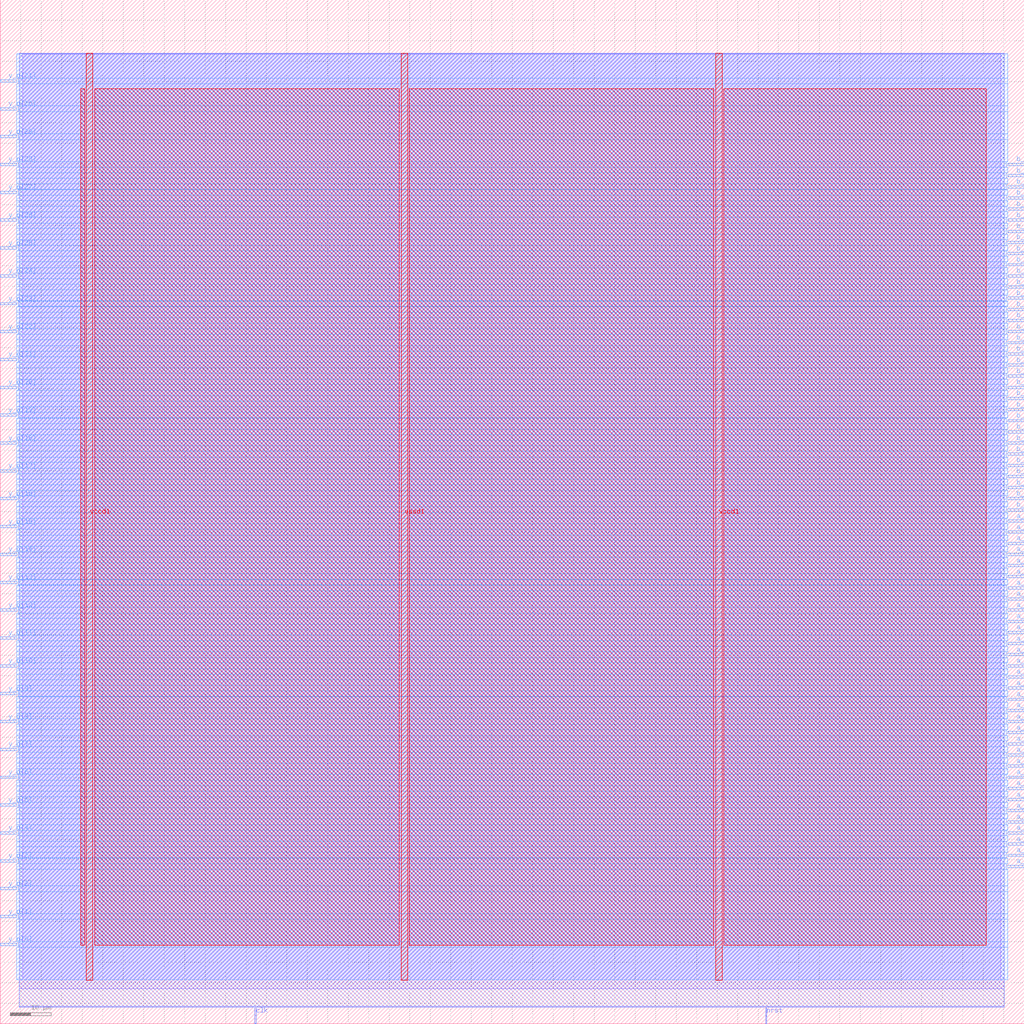
<source format=lef>
VERSION 5.7 ;
  NOWIREEXTENSIONATPIN ON ;
  DIVIDERCHAR "/" ;
  BUSBITCHARS "[]" ;
MACRO mac
  CLASS BLOCK ;
  FOREIGN mac ;
  ORIGIN 0.000 0.000 ;
  SIZE 250.000 BY 250.000 ;
  PIN a_i[0]
    DIRECTION INPUT ;
    USE SIGNAL ;
    ANTENNAGATEAREA 0.247500 ;
    PORT
      LAYER met3 ;
        RECT 246.000 38.120 250.000 38.720 ;
    END
  END a_i[0]
  PIN a_i[10]
    DIRECTION INPUT ;
    USE SIGNAL ;
    ANTENNAGATEAREA 0.196500 ;
    PORT
      LAYER met3 ;
        RECT 246.000 65.320 250.000 65.920 ;
    END
  END a_i[10]
  PIN a_i[11]
    DIRECTION INPUT ;
    USE SIGNAL ;
    ANTENNAGATEAREA 0.196500 ;
    PORT
      LAYER met3 ;
        RECT 246.000 68.040 250.000 68.640 ;
    END
  END a_i[11]
  PIN a_i[12]
    DIRECTION INPUT ;
    USE SIGNAL ;
    ANTENNAGATEAREA 0.213000 ;
    PORT
      LAYER met3 ;
        RECT 246.000 70.760 250.000 71.360 ;
    END
  END a_i[12]
  PIN a_i[13]
    DIRECTION INPUT ;
    USE SIGNAL ;
    ANTENNAGATEAREA 0.213000 ;
    PORT
      LAYER met3 ;
        RECT 246.000 73.480 250.000 74.080 ;
    END
  END a_i[13]
  PIN a_i[14]
    DIRECTION INPUT ;
    USE SIGNAL ;
    ANTENNAGATEAREA 0.159000 ;
    PORT
      LAYER met3 ;
        RECT 246.000 76.200 250.000 76.800 ;
    END
  END a_i[14]
  PIN a_i[15]
    DIRECTION INPUT ;
    USE SIGNAL ;
    ANTENNAGATEAREA 0.196500 ;
    PORT
      LAYER met3 ;
        RECT 246.000 78.920 250.000 79.520 ;
    END
  END a_i[15]
  PIN a_i[16]
    DIRECTION INPUT ;
    USE SIGNAL ;
    ANTENNAGATEAREA 0.126000 ;
    PORT
      LAYER met3 ;
        RECT 246.000 81.640 250.000 82.240 ;
    END
  END a_i[16]
  PIN a_i[17]
    DIRECTION INPUT ;
    USE SIGNAL ;
    ANTENNAGATEAREA 0.196500 ;
    PORT
      LAYER met3 ;
        RECT 246.000 84.360 250.000 84.960 ;
    END
  END a_i[17]
  PIN a_i[18]
    DIRECTION INPUT ;
    USE SIGNAL ;
    ANTENNAGATEAREA 0.196500 ;
    PORT
      LAYER met3 ;
        RECT 246.000 87.080 250.000 87.680 ;
    END
  END a_i[18]
  PIN a_i[19]
    DIRECTION INPUT ;
    USE SIGNAL ;
    ANTENNAGATEAREA 0.196500 ;
    PORT
      LAYER met3 ;
        RECT 246.000 89.800 250.000 90.400 ;
    END
  END a_i[19]
  PIN a_i[1]
    DIRECTION INPUT ;
    USE SIGNAL ;
    ANTENNAGATEAREA 0.213000 ;
    PORT
      LAYER met3 ;
        RECT 246.000 40.840 250.000 41.440 ;
    END
  END a_i[1]
  PIN a_i[20]
    DIRECTION INPUT ;
    USE SIGNAL ;
    ANTENNAGATEAREA 0.196500 ;
    PORT
      LAYER met3 ;
        RECT 246.000 92.520 250.000 93.120 ;
    END
  END a_i[20]
  PIN a_i[21]
    DIRECTION INPUT ;
    USE SIGNAL ;
    ANTENNAGATEAREA 0.196500 ;
    PORT
      LAYER met3 ;
        RECT 246.000 95.240 250.000 95.840 ;
    END
  END a_i[21]
  PIN a_i[22]
    DIRECTION INPUT ;
    USE SIGNAL ;
    ANTENNAGATEAREA 0.196500 ;
    PORT
      LAYER met3 ;
        RECT 246.000 97.960 250.000 98.560 ;
    END
  END a_i[22]
  PIN a_i[23]
    DIRECTION INPUT ;
    USE SIGNAL ;
    ANTENNAGATEAREA 0.196500 ;
    PORT
      LAYER met3 ;
        RECT 246.000 100.680 250.000 101.280 ;
    END
  END a_i[23]
  PIN a_i[24]
    DIRECTION INPUT ;
    USE SIGNAL ;
    ANTENNAGATEAREA 0.159000 ;
    PORT
      LAYER met3 ;
        RECT 246.000 103.400 250.000 104.000 ;
    END
  END a_i[24]
  PIN a_i[25]
    DIRECTION INPUT ;
    USE SIGNAL ;
    ANTENNAGATEAREA 0.159000 ;
    PORT
      LAYER met3 ;
        RECT 246.000 106.120 250.000 106.720 ;
    END
  END a_i[25]
  PIN a_i[26]
    DIRECTION INPUT ;
    USE SIGNAL ;
    ANTENNAGATEAREA 0.159000 ;
    PORT
      LAYER met3 ;
        RECT 246.000 108.840 250.000 109.440 ;
    END
  END a_i[26]
  PIN a_i[27]
    DIRECTION INPUT ;
    USE SIGNAL ;
    ANTENNAGATEAREA 0.159000 ;
    PORT
      LAYER met3 ;
        RECT 246.000 111.560 250.000 112.160 ;
    END
  END a_i[27]
  PIN a_i[28]
    DIRECTION INPUT ;
    USE SIGNAL ;
    ANTENNAGATEAREA 0.213000 ;
    PORT
      LAYER met3 ;
        RECT 246.000 114.280 250.000 114.880 ;
    END
  END a_i[28]
  PIN a_i[29]
    DIRECTION INPUT ;
    USE SIGNAL ;
    ANTENNAGATEAREA 0.213000 ;
    PORT
      LAYER met3 ;
        RECT 246.000 117.000 250.000 117.600 ;
    END
  END a_i[29]
  PIN a_i[2]
    DIRECTION INPUT ;
    USE SIGNAL ;
    ANTENNAGATEAREA 0.196500 ;
    PORT
      LAYER met3 ;
        RECT 246.000 43.560 250.000 44.160 ;
    END
  END a_i[2]
  PIN a_i[30]
    DIRECTION INPUT ;
    USE SIGNAL ;
    ANTENNAGATEAREA 0.196500 ;
    PORT
      LAYER met3 ;
        RECT 246.000 119.720 250.000 120.320 ;
    END
  END a_i[30]
  PIN a_i[31]
    DIRECTION INPUT ;
    USE SIGNAL ;
    ANTENNAGATEAREA 0.196500 ;
    PORT
      LAYER met3 ;
        RECT 246.000 122.440 250.000 123.040 ;
    END
  END a_i[31]
  PIN a_i[3]
    DIRECTION INPUT ;
    USE SIGNAL ;
    ANTENNAGATEAREA 0.196500 ;
    PORT
      LAYER met3 ;
        RECT 246.000 46.280 250.000 46.880 ;
    END
  END a_i[3]
  PIN a_i[4]
    DIRECTION INPUT ;
    USE SIGNAL ;
    ANTENNAGATEAREA 0.196500 ;
    PORT
      LAYER met3 ;
        RECT 246.000 49.000 250.000 49.600 ;
    END
  END a_i[4]
  PIN a_i[5]
    DIRECTION INPUT ;
    USE SIGNAL ;
    ANTENNAGATEAREA 0.196500 ;
    PORT
      LAYER met3 ;
        RECT 246.000 51.720 250.000 52.320 ;
    END
  END a_i[5]
  PIN a_i[6]
    DIRECTION INPUT ;
    USE SIGNAL ;
    ANTENNAGATEAREA 0.196500 ;
    PORT
      LAYER met3 ;
        RECT 246.000 54.440 250.000 55.040 ;
    END
  END a_i[6]
  PIN a_i[7]
    DIRECTION INPUT ;
    USE SIGNAL ;
    ANTENNAGATEAREA 0.196500 ;
    PORT
      LAYER met3 ;
        RECT 246.000 57.160 250.000 57.760 ;
    END
  END a_i[7]
  PIN a_i[8]
    DIRECTION INPUT ;
    USE SIGNAL ;
    ANTENNAGATEAREA 0.196500 ;
    PORT
      LAYER met3 ;
        RECT 246.000 59.880 250.000 60.480 ;
    END
  END a_i[8]
  PIN a_i[9]
    DIRECTION INPUT ;
    USE SIGNAL ;
    ANTENNAGATEAREA 0.196500 ;
    PORT
      LAYER met3 ;
        RECT 246.000 62.600 250.000 63.200 ;
    END
  END a_i[9]
  PIN b_i[0]
    DIRECTION INPUT ;
    USE SIGNAL ;
    ANTENNAGATEAREA 0.126000 ;
    PORT
      LAYER met3 ;
        RECT 246.000 125.160 250.000 125.760 ;
    END
  END b_i[0]
  PIN b_i[10]
    DIRECTION INPUT ;
    USE SIGNAL ;
    ANTENNAGATEAREA 0.196500 ;
    PORT
      LAYER met3 ;
        RECT 246.000 152.360 250.000 152.960 ;
    END
  END b_i[10]
  PIN b_i[11]
    DIRECTION INPUT ;
    USE SIGNAL ;
    ANTENNAGATEAREA 0.213000 ;
    PORT
      LAYER met3 ;
        RECT 246.000 155.080 250.000 155.680 ;
    END
  END b_i[11]
  PIN b_i[12]
    DIRECTION INPUT ;
    USE SIGNAL ;
    ANTENNAGATEAREA 0.213000 ;
    PORT
      LAYER met3 ;
        RECT 246.000 157.800 250.000 158.400 ;
    END
  END b_i[12]
  PIN b_i[13]
    DIRECTION INPUT ;
    USE SIGNAL ;
    ANTENNAGATEAREA 0.213000 ;
    PORT
      LAYER met3 ;
        RECT 246.000 160.520 250.000 161.120 ;
    END
  END b_i[13]
  PIN b_i[14]
    DIRECTION INPUT ;
    USE SIGNAL ;
    ANTENNAGATEAREA 0.159000 ;
    PORT
      LAYER met3 ;
        RECT 246.000 163.240 250.000 163.840 ;
    END
  END b_i[14]
  PIN b_i[15]
    DIRECTION INPUT ;
    USE SIGNAL ;
    ANTENNAGATEAREA 0.213000 ;
    PORT
      LAYER met3 ;
        RECT 246.000 165.960 250.000 166.560 ;
    END
  END b_i[15]
  PIN b_i[16]
    DIRECTION INPUT ;
    USE SIGNAL ;
    ANTENNAGATEAREA 0.159000 ;
    PORT
      LAYER met3 ;
        RECT 246.000 168.680 250.000 169.280 ;
    END
  END b_i[16]
  PIN b_i[17]
    DIRECTION INPUT ;
    USE SIGNAL ;
    ANTENNAGATEAREA 0.196500 ;
    PORT
      LAYER met3 ;
        RECT 246.000 171.400 250.000 172.000 ;
    END
  END b_i[17]
  PIN b_i[18]
    DIRECTION INPUT ;
    USE SIGNAL ;
    ANTENNAGATEAREA 0.196500 ;
    PORT
      LAYER met3 ;
        RECT 246.000 174.120 250.000 174.720 ;
    END
  END b_i[18]
  PIN b_i[19]
    DIRECTION INPUT ;
    USE SIGNAL ;
    ANTENNAGATEAREA 0.196500 ;
    PORT
      LAYER met3 ;
        RECT 246.000 176.840 250.000 177.440 ;
    END
  END b_i[19]
  PIN b_i[1]
    DIRECTION INPUT ;
    USE SIGNAL ;
    ANTENNAGATEAREA 0.196500 ;
    PORT
      LAYER met3 ;
        RECT 246.000 127.880 250.000 128.480 ;
    END
  END b_i[1]
  PIN b_i[20]
    DIRECTION INPUT ;
    USE SIGNAL ;
    ANTENNAGATEAREA 0.196500 ;
    PORT
      LAYER met3 ;
        RECT 246.000 179.560 250.000 180.160 ;
    END
  END b_i[20]
  PIN b_i[21]
    DIRECTION INPUT ;
    USE SIGNAL ;
    ANTENNAGATEAREA 0.247500 ;
    PORT
      LAYER met3 ;
        RECT 246.000 182.280 250.000 182.880 ;
    END
  END b_i[21]
  PIN b_i[22]
    DIRECTION INPUT ;
    USE SIGNAL ;
    ANTENNAGATEAREA 0.196500 ;
    PORT
      LAYER met3 ;
        RECT 246.000 185.000 250.000 185.600 ;
    END
  END b_i[22]
  PIN b_i[23]
    DIRECTION INPUT ;
    USE SIGNAL ;
    ANTENNAGATEAREA 0.196500 ;
    PORT
      LAYER met3 ;
        RECT 246.000 187.720 250.000 188.320 ;
    END
  END b_i[23]
  PIN b_i[24]
    DIRECTION INPUT ;
    USE SIGNAL ;
    ANTENNAGATEAREA 0.247500 ;
    PORT
      LAYER met3 ;
        RECT 246.000 190.440 250.000 191.040 ;
    END
  END b_i[24]
  PIN b_i[25]
    DIRECTION INPUT ;
    USE SIGNAL ;
    ANTENNAGATEAREA 0.247500 ;
    PORT
      LAYER met3 ;
        RECT 246.000 193.160 250.000 193.760 ;
    END
  END b_i[25]
  PIN b_i[26]
    DIRECTION INPUT ;
    USE SIGNAL ;
    ANTENNAGATEAREA 0.159000 ;
    PORT
      LAYER met3 ;
        RECT 246.000 195.880 250.000 196.480 ;
    END
  END b_i[26]
  PIN b_i[27]
    DIRECTION INPUT ;
    USE SIGNAL ;
    ANTENNAGATEAREA 0.213000 ;
    PORT
      LAYER met3 ;
        RECT 246.000 198.600 250.000 199.200 ;
    END
  END b_i[27]
  PIN b_i[28]
    DIRECTION INPUT ;
    USE SIGNAL ;
    ANTENNAGATEAREA 0.159000 ;
    PORT
      LAYER met3 ;
        RECT 246.000 201.320 250.000 201.920 ;
    END
  END b_i[28]
  PIN b_i[29]
    DIRECTION INPUT ;
    USE SIGNAL ;
    ANTENNAGATEAREA 0.126000 ;
    PORT
      LAYER met3 ;
        RECT 246.000 204.040 250.000 204.640 ;
    END
  END b_i[29]
  PIN b_i[2]
    DIRECTION INPUT ;
    USE SIGNAL ;
    ANTENNAGATEAREA 0.159000 ;
    PORT
      LAYER met3 ;
        RECT 246.000 130.600 250.000 131.200 ;
    END
  END b_i[2]
  PIN b_i[30]
    DIRECTION INPUT ;
    USE SIGNAL ;
    ANTENNAGATEAREA 0.196500 ;
    PORT
      LAYER met3 ;
        RECT 246.000 206.760 250.000 207.360 ;
    END
  END b_i[30]
  PIN b_i[31]
    DIRECTION INPUT ;
    USE SIGNAL ;
    ANTENNAGATEAREA 0.196500 ;
    PORT
      LAYER met3 ;
        RECT 246.000 209.480 250.000 210.080 ;
    END
  END b_i[31]
  PIN b_i[3]
    DIRECTION INPUT ;
    USE SIGNAL ;
    ANTENNAGATEAREA 0.213000 ;
    PORT
      LAYER met3 ;
        RECT 246.000 133.320 250.000 133.920 ;
    END
  END b_i[3]
  PIN b_i[4]
    DIRECTION INPUT ;
    USE SIGNAL ;
    ANTENNAGATEAREA 0.196500 ;
    PORT
      LAYER met3 ;
        RECT 246.000 136.040 250.000 136.640 ;
    END
  END b_i[4]
  PIN b_i[5]
    DIRECTION INPUT ;
    USE SIGNAL ;
    ANTENNAGATEAREA 0.196500 ;
    PORT
      LAYER met3 ;
        RECT 246.000 138.760 250.000 139.360 ;
    END
  END b_i[5]
  PIN b_i[6]
    DIRECTION INPUT ;
    USE SIGNAL ;
    ANTENNAGATEAREA 0.196500 ;
    PORT
      LAYER met3 ;
        RECT 246.000 141.480 250.000 142.080 ;
    END
  END b_i[6]
  PIN b_i[7]
    DIRECTION INPUT ;
    USE SIGNAL ;
    ANTENNAGATEAREA 0.196500 ;
    PORT
      LAYER met3 ;
        RECT 246.000 144.200 250.000 144.800 ;
    END
  END b_i[7]
  PIN b_i[8]
    DIRECTION INPUT ;
    USE SIGNAL ;
    ANTENNAGATEAREA 0.196500 ;
    PORT
      LAYER met3 ;
        RECT 246.000 146.920 250.000 147.520 ;
    END
  END b_i[8]
  PIN b_i[9]
    DIRECTION INPUT ;
    USE SIGNAL ;
    ANTENNAGATEAREA 0.247500 ;
    PORT
      LAYER met3 ;
        RECT 246.000 149.640 250.000 150.240 ;
    END
  END b_i[9]
  PIN clk
    DIRECTION INPUT ;
    USE SIGNAL ;
    ANTENNAGATEAREA 0.852000 ;
    PORT
      LAYER met2 ;
        RECT 62.190 0.000 62.470 4.000 ;
    END
  END clk
  PIN nrst
    DIRECTION INPUT ;
    USE SIGNAL ;
    ANTENNAGATEAREA 0.213000 ;
    PORT
      LAYER met2 ;
        RECT 186.850 0.000 187.130 4.000 ;
    END
  END nrst
  PIN vccd1
    DIRECTION INOUT ;
    USE POWER ;
    PORT
      LAYER met4 ;
        RECT 21.040 10.640 22.640 236.880 ;
    END
    PORT
      LAYER met4 ;
        RECT 174.640 10.640 176.240 236.880 ;
    END
  END vccd1
  PIN vssd1
    DIRECTION INOUT ;
    USE GROUND ;
    PORT
      LAYER met4 ;
        RECT 97.840 10.640 99.440 236.880 ;
    END
  END vssd1
  PIN y_o[0]
    DIRECTION OUTPUT TRISTATE ;
    USE SIGNAL ;
    ANTENNADIFFAREA 2.673000 ;
    PORT
      LAYER met3 ;
        RECT 0.000 19.080 4.000 19.680 ;
    END
  END y_o[0]
  PIN y_o[10]
    DIRECTION OUTPUT TRISTATE ;
    USE SIGNAL ;
    ANTENNADIFFAREA 2.673000 ;
    PORT
      LAYER met3 ;
        RECT 0.000 87.080 4.000 87.680 ;
    END
  END y_o[10]
  PIN y_o[11]
    DIRECTION OUTPUT TRISTATE ;
    USE SIGNAL ;
    ANTENNADIFFAREA 2.673000 ;
    PORT
      LAYER met3 ;
        RECT 0.000 93.880 4.000 94.480 ;
    END
  END y_o[11]
  PIN y_o[12]
    DIRECTION OUTPUT TRISTATE ;
    USE SIGNAL ;
    ANTENNADIFFAREA 2.673000 ;
    PORT
      LAYER met3 ;
        RECT 0.000 100.680 4.000 101.280 ;
    END
  END y_o[12]
  PIN y_o[13]
    DIRECTION OUTPUT TRISTATE ;
    USE SIGNAL ;
    ANTENNADIFFAREA 2.673000 ;
    PORT
      LAYER met3 ;
        RECT 0.000 107.480 4.000 108.080 ;
    END
  END y_o[13]
  PIN y_o[14]
    DIRECTION OUTPUT TRISTATE ;
    USE SIGNAL ;
    ANTENNADIFFAREA 2.673000 ;
    PORT
      LAYER met3 ;
        RECT 0.000 114.280 4.000 114.880 ;
    END
  END y_o[14]
  PIN y_o[15]
    DIRECTION OUTPUT TRISTATE ;
    USE SIGNAL ;
    ANTENNADIFFAREA 2.673000 ;
    PORT
      LAYER met3 ;
        RECT 0.000 121.080 4.000 121.680 ;
    END
  END y_o[15]
  PIN y_o[16]
    DIRECTION OUTPUT TRISTATE ;
    USE SIGNAL ;
    ANTENNADIFFAREA 2.673000 ;
    PORT
      LAYER met3 ;
        RECT 0.000 127.880 4.000 128.480 ;
    END
  END y_o[16]
  PIN y_o[17]
    DIRECTION OUTPUT TRISTATE ;
    USE SIGNAL ;
    ANTENNADIFFAREA 2.673000 ;
    PORT
      LAYER met3 ;
        RECT 0.000 134.680 4.000 135.280 ;
    END
  END y_o[17]
  PIN y_o[18]
    DIRECTION OUTPUT TRISTATE ;
    USE SIGNAL ;
    ANTENNADIFFAREA 2.673000 ;
    PORT
      LAYER met3 ;
        RECT 0.000 141.480 4.000 142.080 ;
    END
  END y_o[18]
  PIN y_o[19]
    DIRECTION OUTPUT TRISTATE ;
    USE SIGNAL ;
    ANTENNADIFFAREA 2.673000 ;
    PORT
      LAYER met3 ;
        RECT 0.000 148.280 4.000 148.880 ;
    END
  END y_o[19]
  PIN y_o[1]
    DIRECTION OUTPUT TRISTATE ;
    USE SIGNAL ;
    ANTENNADIFFAREA 2.673000 ;
    PORT
      LAYER met3 ;
        RECT 0.000 25.880 4.000 26.480 ;
    END
  END y_o[1]
  PIN y_o[20]
    DIRECTION OUTPUT TRISTATE ;
    USE SIGNAL ;
    ANTENNADIFFAREA 2.673000 ;
    PORT
      LAYER met3 ;
        RECT 0.000 155.080 4.000 155.680 ;
    END
  END y_o[20]
  PIN y_o[21]
    DIRECTION OUTPUT TRISTATE ;
    USE SIGNAL ;
    ANTENNADIFFAREA 2.673000 ;
    PORT
      LAYER met3 ;
        RECT 0.000 161.880 4.000 162.480 ;
    END
  END y_o[21]
  PIN y_o[22]
    DIRECTION OUTPUT TRISTATE ;
    USE SIGNAL ;
    ANTENNADIFFAREA 2.673000 ;
    PORT
      LAYER met3 ;
        RECT 0.000 168.680 4.000 169.280 ;
    END
  END y_o[22]
  PIN y_o[23]
    DIRECTION OUTPUT TRISTATE ;
    USE SIGNAL ;
    ANTENNADIFFAREA 2.673000 ;
    PORT
      LAYER met3 ;
        RECT 0.000 175.480 4.000 176.080 ;
    END
  END y_o[23]
  PIN y_o[24]
    DIRECTION OUTPUT TRISTATE ;
    USE SIGNAL ;
    ANTENNADIFFAREA 2.673000 ;
    PORT
      LAYER met3 ;
        RECT 0.000 182.280 4.000 182.880 ;
    END
  END y_o[24]
  PIN y_o[25]
    DIRECTION OUTPUT TRISTATE ;
    USE SIGNAL ;
    ANTENNADIFFAREA 2.673000 ;
    PORT
      LAYER met3 ;
        RECT 0.000 189.080 4.000 189.680 ;
    END
  END y_o[25]
  PIN y_o[26]
    DIRECTION OUTPUT TRISTATE ;
    USE SIGNAL ;
    ANTENNADIFFAREA 2.673000 ;
    PORT
      LAYER met3 ;
        RECT 0.000 195.880 4.000 196.480 ;
    END
  END y_o[26]
  PIN y_o[27]
    DIRECTION OUTPUT TRISTATE ;
    USE SIGNAL ;
    ANTENNADIFFAREA 2.673000 ;
    PORT
      LAYER met3 ;
        RECT 0.000 202.680 4.000 203.280 ;
    END
  END y_o[27]
  PIN y_o[28]
    DIRECTION OUTPUT TRISTATE ;
    USE SIGNAL ;
    ANTENNADIFFAREA 2.673000 ;
    PORT
      LAYER met3 ;
        RECT 0.000 209.480 4.000 210.080 ;
    END
  END y_o[28]
  PIN y_o[29]
    DIRECTION OUTPUT TRISTATE ;
    USE SIGNAL ;
    ANTENNADIFFAREA 2.673000 ;
    PORT
      LAYER met3 ;
        RECT 0.000 216.280 4.000 216.880 ;
    END
  END y_o[29]
  PIN y_o[2]
    DIRECTION OUTPUT TRISTATE ;
    USE SIGNAL ;
    ANTENNADIFFAREA 2.673000 ;
    PORT
      LAYER met3 ;
        RECT 0.000 32.680 4.000 33.280 ;
    END
  END y_o[2]
  PIN y_o[30]
    DIRECTION OUTPUT TRISTATE ;
    USE SIGNAL ;
    ANTENNADIFFAREA 2.673000 ;
    PORT
      LAYER met3 ;
        RECT 0.000 223.080 4.000 223.680 ;
    END
  END y_o[30]
  PIN y_o[31]
    DIRECTION OUTPUT TRISTATE ;
    USE SIGNAL ;
    ANTENNADIFFAREA 2.673000 ;
    PORT
      LAYER met3 ;
        RECT 0.000 229.880 4.000 230.480 ;
    END
  END y_o[31]
  PIN y_o[3]
    DIRECTION OUTPUT TRISTATE ;
    USE SIGNAL ;
    ANTENNADIFFAREA 2.673000 ;
    PORT
      LAYER met3 ;
        RECT 0.000 39.480 4.000 40.080 ;
    END
  END y_o[3]
  PIN y_o[4]
    DIRECTION OUTPUT TRISTATE ;
    USE SIGNAL ;
    ANTENNADIFFAREA 2.673000 ;
    PORT
      LAYER met3 ;
        RECT 0.000 46.280 4.000 46.880 ;
    END
  END y_o[4]
  PIN y_o[5]
    DIRECTION OUTPUT TRISTATE ;
    USE SIGNAL ;
    ANTENNADIFFAREA 2.673000 ;
    PORT
      LAYER met3 ;
        RECT 0.000 53.080 4.000 53.680 ;
    END
  END y_o[5]
  PIN y_o[6]
    DIRECTION OUTPUT TRISTATE ;
    USE SIGNAL ;
    ANTENNADIFFAREA 2.673000 ;
    PORT
      LAYER met3 ;
        RECT 0.000 59.880 4.000 60.480 ;
    END
  END y_o[6]
  PIN y_o[7]
    DIRECTION OUTPUT TRISTATE ;
    USE SIGNAL ;
    ANTENNADIFFAREA 2.673000 ;
    PORT
      LAYER met3 ;
        RECT 0.000 66.680 4.000 67.280 ;
    END
  END y_o[7]
  PIN y_o[8]
    DIRECTION OUTPUT TRISTATE ;
    USE SIGNAL ;
    ANTENNADIFFAREA 2.673000 ;
    PORT
      LAYER met3 ;
        RECT 0.000 73.480 4.000 74.080 ;
    END
  END y_o[8]
  PIN y_o[9]
    DIRECTION OUTPUT TRISTATE ;
    USE SIGNAL ;
    ANTENNADIFFAREA 2.673000 ;
    PORT
      LAYER met3 ;
        RECT 0.000 80.280 4.000 80.880 ;
    END
  END y_o[9]
  OBS
      LAYER li1 ;
        RECT 5.520 10.795 244.260 236.725 ;
      LAYER met1 ;
        RECT 4.670 8.540 245.110 236.880 ;
      LAYER met2 ;
        RECT 4.690 4.280 245.090 236.825 ;
        RECT 4.690 4.000 61.910 4.280 ;
        RECT 62.750 4.000 186.570 4.280 ;
        RECT 187.410 4.000 245.090 4.280 ;
      LAYER met3 ;
        RECT 3.990 230.880 246.000 236.805 ;
        RECT 4.400 229.480 246.000 230.880 ;
        RECT 3.990 224.080 246.000 229.480 ;
        RECT 4.400 222.680 246.000 224.080 ;
        RECT 3.990 217.280 246.000 222.680 ;
        RECT 4.400 215.880 246.000 217.280 ;
        RECT 3.990 210.480 246.000 215.880 ;
        RECT 4.400 209.080 245.600 210.480 ;
        RECT 3.990 207.760 246.000 209.080 ;
        RECT 3.990 206.360 245.600 207.760 ;
        RECT 3.990 205.040 246.000 206.360 ;
        RECT 3.990 203.680 245.600 205.040 ;
        RECT 4.400 203.640 245.600 203.680 ;
        RECT 4.400 202.320 246.000 203.640 ;
        RECT 4.400 202.280 245.600 202.320 ;
        RECT 3.990 200.920 245.600 202.280 ;
        RECT 3.990 199.600 246.000 200.920 ;
        RECT 3.990 198.200 245.600 199.600 ;
        RECT 3.990 196.880 246.000 198.200 ;
        RECT 4.400 195.480 245.600 196.880 ;
        RECT 3.990 194.160 246.000 195.480 ;
        RECT 3.990 192.760 245.600 194.160 ;
        RECT 3.990 191.440 246.000 192.760 ;
        RECT 3.990 190.080 245.600 191.440 ;
        RECT 4.400 190.040 245.600 190.080 ;
        RECT 4.400 188.720 246.000 190.040 ;
        RECT 4.400 188.680 245.600 188.720 ;
        RECT 3.990 187.320 245.600 188.680 ;
        RECT 3.990 186.000 246.000 187.320 ;
        RECT 3.990 184.600 245.600 186.000 ;
        RECT 3.990 183.280 246.000 184.600 ;
        RECT 4.400 181.880 245.600 183.280 ;
        RECT 3.990 180.560 246.000 181.880 ;
        RECT 3.990 179.160 245.600 180.560 ;
        RECT 3.990 177.840 246.000 179.160 ;
        RECT 3.990 176.480 245.600 177.840 ;
        RECT 4.400 176.440 245.600 176.480 ;
        RECT 4.400 175.120 246.000 176.440 ;
        RECT 4.400 175.080 245.600 175.120 ;
        RECT 3.990 173.720 245.600 175.080 ;
        RECT 3.990 172.400 246.000 173.720 ;
        RECT 3.990 171.000 245.600 172.400 ;
        RECT 3.990 169.680 246.000 171.000 ;
        RECT 4.400 168.280 245.600 169.680 ;
        RECT 3.990 166.960 246.000 168.280 ;
        RECT 3.990 165.560 245.600 166.960 ;
        RECT 3.990 164.240 246.000 165.560 ;
        RECT 3.990 162.880 245.600 164.240 ;
        RECT 4.400 162.840 245.600 162.880 ;
        RECT 4.400 161.520 246.000 162.840 ;
        RECT 4.400 161.480 245.600 161.520 ;
        RECT 3.990 160.120 245.600 161.480 ;
        RECT 3.990 158.800 246.000 160.120 ;
        RECT 3.990 157.400 245.600 158.800 ;
        RECT 3.990 156.080 246.000 157.400 ;
        RECT 4.400 154.680 245.600 156.080 ;
        RECT 3.990 153.360 246.000 154.680 ;
        RECT 3.990 151.960 245.600 153.360 ;
        RECT 3.990 150.640 246.000 151.960 ;
        RECT 3.990 149.280 245.600 150.640 ;
        RECT 4.400 149.240 245.600 149.280 ;
        RECT 4.400 147.920 246.000 149.240 ;
        RECT 4.400 147.880 245.600 147.920 ;
        RECT 3.990 146.520 245.600 147.880 ;
        RECT 3.990 145.200 246.000 146.520 ;
        RECT 3.990 143.800 245.600 145.200 ;
        RECT 3.990 142.480 246.000 143.800 ;
        RECT 4.400 141.080 245.600 142.480 ;
        RECT 3.990 139.760 246.000 141.080 ;
        RECT 3.990 138.360 245.600 139.760 ;
        RECT 3.990 137.040 246.000 138.360 ;
        RECT 3.990 135.680 245.600 137.040 ;
        RECT 4.400 135.640 245.600 135.680 ;
        RECT 4.400 134.320 246.000 135.640 ;
        RECT 4.400 134.280 245.600 134.320 ;
        RECT 3.990 132.920 245.600 134.280 ;
        RECT 3.990 131.600 246.000 132.920 ;
        RECT 3.990 130.200 245.600 131.600 ;
        RECT 3.990 128.880 246.000 130.200 ;
        RECT 4.400 127.480 245.600 128.880 ;
        RECT 3.990 126.160 246.000 127.480 ;
        RECT 3.990 124.760 245.600 126.160 ;
        RECT 3.990 123.440 246.000 124.760 ;
        RECT 3.990 122.080 245.600 123.440 ;
        RECT 4.400 122.040 245.600 122.080 ;
        RECT 4.400 120.720 246.000 122.040 ;
        RECT 4.400 120.680 245.600 120.720 ;
        RECT 3.990 119.320 245.600 120.680 ;
        RECT 3.990 118.000 246.000 119.320 ;
        RECT 3.990 116.600 245.600 118.000 ;
        RECT 3.990 115.280 246.000 116.600 ;
        RECT 4.400 113.880 245.600 115.280 ;
        RECT 3.990 112.560 246.000 113.880 ;
        RECT 3.990 111.160 245.600 112.560 ;
        RECT 3.990 109.840 246.000 111.160 ;
        RECT 3.990 108.480 245.600 109.840 ;
        RECT 4.400 108.440 245.600 108.480 ;
        RECT 4.400 107.120 246.000 108.440 ;
        RECT 4.400 107.080 245.600 107.120 ;
        RECT 3.990 105.720 245.600 107.080 ;
        RECT 3.990 104.400 246.000 105.720 ;
        RECT 3.990 103.000 245.600 104.400 ;
        RECT 3.990 101.680 246.000 103.000 ;
        RECT 4.400 100.280 245.600 101.680 ;
        RECT 3.990 98.960 246.000 100.280 ;
        RECT 3.990 97.560 245.600 98.960 ;
        RECT 3.990 96.240 246.000 97.560 ;
        RECT 3.990 94.880 245.600 96.240 ;
        RECT 4.400 94.840 245.600 94.880 ;
        RECT 4.400 93.520 246.000 94.840 ;
        RECT 4.400 93.480 245.600 93.520 ;
        RECT 3.990 92.120 245.600 93.480 ;
        RECT 3.990 90.800 246.000 92.120 ;
        RECT 3.990 89.400 245.600 90.800 ;
        RECT 3.990 88.080 246.000 89.400 ;
        RECT 4.400 86.680 245.600 88.080 ;
        RECT 3.990 85.360 246.000 86.680 ;
        RECT 3.990 83.960 245.600 85.360 ;
        RECT 3.990 82.640 246.000 83.960 ;
        RECT 3.990 81.280 245.600 82.640 ;
        RECT 4.400 81.240 245.600 81.280 ;
        RECT 4.400 79.920 246.000 81.240 ;
        RECT 4.400 79.880 245.600 79.920 ;
        RECT 3.990 78.520 245.600 79.880 ;
        RECT 3.990 77.200 246.000 78.520 ;
        RECT 3.990 75.800 245.600 77.200 ;
        RECT 3.990 74.480 246.000 75.800 ;
        RECT 4.400 73.080 245.600 74.480 ;
        RECT 3.990 71.760 246.000 73.080 ;
        RECT 3.990 70.360 245.600 71.760 ;
        RECT 3.990 69.040 246.000 70.360 ;
        RECT 3.990 67.680 245.600 69.040 ;
        RECT 4.400 67.640 245.600 67.680 ;
        RECT 4.400 66.320 246.000 67.640 ;
        RECT 4.400 66.280 245.600 66.320 ;
        RECT 3.990 64.920 245.600 66.280 ;
        RECT 3.990 63.600 246.000 64.920 ;
        RECT 3.990 62.200 245.600 63.600 ;
        RECT 3.990 60.880 246.000 62.200 ;
        RECT 4.400 59.480 245.600 60.880 ;
        RECT 3.990 58.160 246.000 59.480 ;
        RECT 3.990 56.760 245.600 58.160 ;
        RECT 3.990 55.440 246.000 56.760 ;
        RECT 3.990 54.080 245.600 55.440 ;
        RECT 4.400 54.040 245.600 54.080 ;
        RECT 4.400 52.720 246.000 54.040 ;
        RECT 4.400 52.680 245.600 52.720 ;
        RECT 3.990 51.320 245.600 52.680 ;
        RECT 3.990 50.000 246.000 51.320 ;
        RECT 3.990 48.600 245.600 50.000 ;
        RECT 3.990 47.280 246.000 48.600 ;
        RECT 4.400 45.880 245.600 47.280 ;
        RECT 3.990 44.560 246.000 45.880 ;
        RECT 3.990 43.160 245.600 44.560 ;
        RECT 3.990 41.840 246.000 43.160 ;
        RECT 3.990 40.480 245.600 41.840 ;
        RECT 4.400 40.440 245.600 40.480 ;
        RECT 4.400 39.120 246.000 40.440 ;
        RECT 4.400 39.080 245.600 39.120 ;
        RECT 3.990 37.720 245.600 39.080 ;
        RECT 3.990 33.680 246.000 37.720 ;
        RECT 4.400 32.280 246.000 33.680 ;
        RECT 3.990 26.880 246.000 32.280 ;
        RECT 4.400 25.480 246.000 26.880 ;
        RECT 3.990 20.080 246.000 25.480 ;
        RECT 4.400 18.680 246.000 20.080 ;
        RECT 3.990 10.715 246.000 18.680 ;
      LAYER met4 ;
        RECT 19.615 19.215 20.640 228.305 ;
        RECT 23.040 19.215 97.440 228.305 ;
        RECT 99.840 19.215 174.240 228.305 ;
        RECT 176.640 19.215 240.745 228.305 ;
  END
END mac
END LIBRARY


</source>
